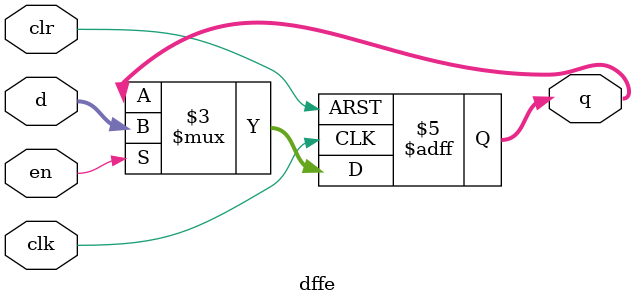
<source format=v>
module dffe(q, d, clk, en, clr);
   
   //Inputs
   input  clk, en, clr;
	input [31:0] d;
   
   //Internal wire
   wire clr;

   //Output
   output [31:0] q;
   
   //Register
   reg [31:0] q;

   //Intialize q to 0
   initial
   begin
       q = 32'h00000000;
   end

   //Set value of q on positive edge of the clock or clear
   always @(posedge clk or posedge clr) begin
       //If clear is high, set q to 0
       if (clr) begin
           q[31:0] <= 32'h00000000;
       //If enable is high, set q to the value of d
       end else if (en) begin
           q[31:0] <= d[31:0];
       end
   end
endmodule

</source>
